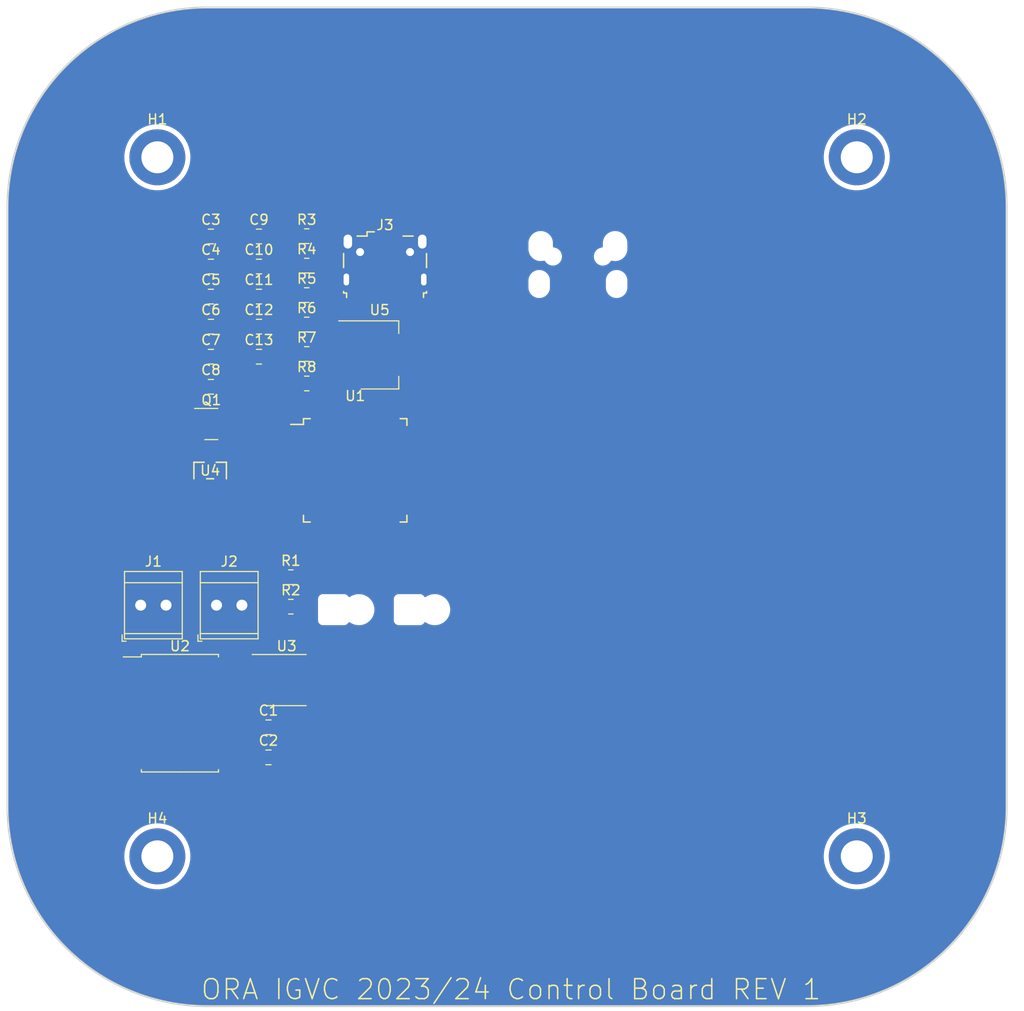
<source format=kicad_pcb>
(kicad_pcb (version 20221018) (generator pcbnew)
  (layers (0 "F.Cu" signal) (31 "B.Cu" signal) (34 "B.Paste" user) (35 "F.Paste" user) (36 "B.SilkS" user "B.Silkscreen") (37 "F.SilkS" user "F.Silkscreen") (38 "B.Mask" user) (39 "F.Mask" user) (44 "Edge.Cuts" user))
  (net 0 "")
  (net 2 "Net-(U1-UCAP)")
  (net 5 "RST")
  (net 12 "XTAL1")
  (net 13 "Net-(U1-~{HWB}{slash}PE2)")
  (net 14 "Net-(U1-AREF)")
  (net 15 "Vusb")
  (net 16 "Net-(J3-VBUS)")
  (net 22 "Net-(J3-D-)")
  (net 31 "Net-(J3-D+)")
  (net 46 "Net-(U3-Rs)")
  (net 47 "Net-(U2-TXCAN)")
  (net 48 "Net-(U2-RXCAN)")
  (net 49 "CAN_L")
  (net 50 "CAN_H")
  (net 51 "Net-(U2-OSC2)")
  (net 52 "Net-(U2-OSC1)")
  (net 53 "Net-(U2-~{RESET})")
  (net 54 "CAN_INT")
  (net 55 "CAN_SCK")
  (net 56 "CAN_SI")
  (net 57 "CAN_SO")
  (net 58 "CAN_CS")
  (net 59 "+5V")
  (net 60 "GND")
  (net 61 "XTAL2")
  (net 62 "Net-(U4-S)")
  (net 63 "Vin")
  (net 64 "D+")
  (net 65 "D-")
  (footprint "TerminalBlock_TE-Connectivity:TerminalBlock_TE_282834-2_1x02_P2.54mm_Horizontal" (layer "F.Cu") (at 78.33 99.85)
    (fp_text reference "J1" (at 1.27 -4.37) (layer "F.SilkS"))
    (fp_text value "Screw_Terminal_01x02")
    (fp_line (start -1.86 2.97) (end -1.86 3.61) (stroke (width 0.12)) (layer "F.SilkS"))
    (fp_line (start -1.86 3.61) (end -1.46 3.61) (stroke (width 0.12)) (layer "F.SilkS"))
    (fp_line (start -1.62 -3.37) (end -1.62 3.37) (stroke (width 0.12)) (layer "F.SilkS"))
    (fp_line (start -1.62 -3.37) (end 4.16 -3.37) (stroke (width 0.12)) (layer "F.SilkS"))
    (fp_line (start -1.62 -2.25) (end 4.16 -2.25) (stroke (width 0.12)) (layer "F.SilkS"))
    (fp_line (start -1.62 2.85) (end 4.16 2.85) (stroke (width 0.12)) (layer "F.SilkS"))
    (fp_line (start -1.62 3.37) (end 4.16 3.37) (stroke (width 0.12)) (layer "F.SilkS"))
    (fp_line (start 4.16 -3.37) (end 4.16 3.37) (stroke (width 0.12)) (layer "F.SilkS"))
    (pad "1" thru_hole rect (at 0 0) (size 2.1 2.1) (drill 1.1) (layers "*.Cu" "*.Mask") (net 50 "CAN_H"))
    (pad "2" thru_hole circle (at 2.54 0) (size 2.1 2.1) (drill 1.1) (layers "*.Cu" "*.Mask") (net 49 "CAN_L"))
  )
  (footprint "Capacitor_SMD:C_0805_2012Metric_Pad1.18x1.45mm_HandSolder" (layer "F.Cu") (at 90.17 68.95)
    (fp_text reference "C11" (at 0 -1.68) (layer "F.SilkS"))
    (fp_text value "100uF")
    (fp_line (start -0.261252 -0.735) (end 0.261252 -0.735) (stroke (width 0.12)) (layer "F.SilkS"))
    (fp_line (start -0.261252 0.735) (end 0.261252 0.735) (stroke (width 0.12)) (layer "F.SilkS"))
    (pad "1" smd roundrect (at -1.0375 0) (size 1.175 1.45) (layers "F.Cu" "F.Paste" "F.Mask") (roundrect_rratio 0.212766) (net 60 "GND"))
    (pad "2" smd roundrect (at 1.0375 0) (size 1.175 1.45) (layers "F.Cu" "F.Paste" "F.Mask") (roundrect_rratio 0.212766) (net 62 "Net-(U4-S)"))
  )
  (footprint "Connector_USB:USB_Micro-B_Wuerth_629105150521" (layer "F.Cu") (at 102.79 65.29)
    (fp_text reference "J3" (at 0 -3.5) (layer "F.SilkS"))
    (fp_text value "USB_B_Micro")
    (fp_line (start -4.15 -0.65) (end -4.15 0.75) (stroke (width 0.15)) (layer "F.SilkS"))
    (fp_line (start -4.15 3.15) (end -4.15 3.3) (stroke (width 0.15)) (layer "F.SilkS"))
    (fp_line (start -4.15 3.3) (end -3.85 3.3) (stroke (width 0.15)) (layer "F.SilkS"))
    (fp_line (start -3.85 3.3) (end -3.85 3.75) (stroke (width 0.15)) (layer "F.SilkS"))
    (fp_line (start -1.8 -2.825) (end -1.8 -2.4) (stroke (width 0.15)) (layer "F.SilkS"))
    (fp_line (start -1.8 -2.4) (end -2.8 -2.4) (stroke (width 0.15)) (layer "F.SilkS"))
    (fp_line (start -1.075 -2.825) (end -1.8 -2.825) (stroke (width 0.15)) (layer "F.SilkS"))
    (fp_line (start 1.8 -2.4) (end 2.8 -2.4) (stroke (width 0.15)) (layer "F.SilkS"))
    (fp_line (start 3.85 3.3) (end 4.15 3.3) (stroke (width 0.15)) (layer "F.SilkS"))
    (fp_line (start 3.85 3.75) (end 3.85 3.3) (stroke (width 0.15)) (layer "F.SilkS"))
    (fp_line (start 4.15 0.75) (end 4.15 -0.65) (stroke (width 0.15)) (layer "F.SilkS"))
    (fp_line (start 4.15 3.3) (end 4.15 3.15) (stroke (width 0.15)) (layer "F.SilkS"))
    (pad "" np_thru_hole oval (at -2.5 -0.8) (size 0.8 0.8) (drill 0.8) (layers "*.Cu" "*.Mask"))
    (pad "" np_thru_hole oval (at 2.5 -0.8) (size 0.8 0.8) (drill 0.8) (layers "*.Cu" "*.Mask"))
    (pad "1" smd rect (at -1.3 -1.9) (size 0.45 1.3) (layers "F.Cu" "F.Paste" "F.Mask") (net 16 "Net-(J3-VBUS)"))
    (pad "2" smd rect (at -0.65 -1.9) (size 0.45 1.3) (layers "F.Cu" "F.Paste" "F.Mask") (net 22 "Net-(J3-D-)"))
    (pad "3" smd rect (at 0 -1.9) (size 0.45 1.3) (layers "F.Cu" "F.Paste" "F.Mask") (net 31 "Net-(J3-D+)"))
    (pad "4" smd rect (at 0.65 -1.9) (size 0.45 1.3) (layers "F.Cu" "F.Paste" "F.Mask"))
    (pad "5" smd rect (at 1.3 -1.9) (size 0.45 1.3) (layers "F.Cu" "F.Paste" "F.Mask") (net 60 "GND"))
    (pad "6" thru_hole oval (at -3.875 1.95) (size 1.15 1.8) (drill oval 0.55 1.2) (layers "*.Cu" "*.Mask") (net 60 "GND"))
    (pad "6" thru_hole oval (at -3.725 -1.85) (size 1.45 2) (drill oval 0.85 1.4) (layers "*.Cu" "*.Mask") (net 60 "GND"))
    (pad "6" thru_hole oval (at 3.725 -1.85) (size 1.45 2) (drill oval 0.85 1.4) (layers "*.Cu" "*.Mask") (net 60 "GND"))
    (pad "6" thru_hole oval (at 3.875 1.95) (size 1.15 1.8) (drill oval 0.55 1.2) (layers "*.Cu" "*.Mask") (net 60 "GND"))
  )
  (footprint "Capacitor_SMD:C_0805_2012Metric_Pad1.18x1.45mm_HandSolder" (layer "F.Cu") (at 85.36 65.94)
    (fp_text reference "C4" (at 0 -1.68) (layer "F.SilkS"))
    (fp_text value "1uF")
    (fp_line (start -0.261252 -0.735) (end 0.261252 -0.735) (stroke (width 0.12)) (layer "F.SilkS"))
    (fp_line (start -0.261252 0.735) (end 0.261252 0.735) (stroke (width 0.12)) (layer "F.SilkS"))
    (pad "1" smd roundrect (at -1.0375 0) (size 1.175 1.45) (layers "F.Cu" "F.Paste" "F.Mask") (roundrect_rratio 0.212766) (net 60 "GND"))
    (pad "2" smd roundrect (at 1.0375 0) (size 1.175 1.45) (layers "F.Cu" "F.Paste" "F.Mask") (roundrect_rratio 0.212766) (net 2 "Net-(U1-UCAP)"))
  )
  (footprint "Resistor_SMD:R_0805_2012Metric_Pad1.20x1.40mm_HandSolder" (layer "F.Cu") (at 94.95 68.8)
    (fp_text reference "R5" (at 0 -1.65) (layer "F.SilkS"))
    (fp_text value "22")
    (fp_line (start -0.227064 -0.735) (end 0.227064 -0.735) (stroke (width 0.12)) (layer "F.SilkS"))
    (fp_line (start -0.227064 0.735) (end 0.227064 0.735) (stroke (width 0.12)) (layer "F.SilkS"))
    (pad "1" smd roundrect (at -1 0) (size 1.2 1.4) (layers "F.Cu" "F.Paste" "F.Mask") (roundrect_rratio 0.208333) (net 31 "Net-(J3-D+)"))
    (pad "2" smd roundrect (at 1 0) (size 1.2 1.4) (layers "F.Cu" "F.Paste" "F.Mask") (roundrect_rratio 0.208333) (net 64 "D+"))
  )
  (footprint "Package_SO:SOIC-18W_7.5x11.6mm_P1.27mm" (layer "F.Cu") (at 82.26 110.67)
    (fp_text reference "U2" (at 0 -6.72) (layer "F.SilkS"))
    (fp_text value "MCP2515-xSO")
    (fp_line (start -3.86 -5.885) (end -3.86 -5.64) (stroke (width 0.12)) (layer "F.SilkS"))
    (fp_line (start -3.86 -5.64) (end -5.675 -5.64) (stroke (width 0.12)) (layer "F.SilkS"))
    (fp_line (start -3.86 5.885) (end -3.86 5.64) (stroke (width 0.12)) (layer "F.SilkS"))
    (fp_line (start 0 -5.885) (end -3.86 -5.885) (stroke (width 0.12)) (layer "F.SilkS"))
    (fp_line (start 0 -5.885) (end 3.86 -5.885) (stroke (width 0.12)) (layer "F.SilkS"))
    (fp_line (start 0 5.885) (end -3.86 5.885) (stroke (width 0.12)) (layer "F.SilkS"))
    (fp_line (start 0 5.885) (end 3.86 5.885) (stroke (width 0.12)) (layer "F.SilkS"))
    (fp_line (start 3.86 -5.885) (end 3.86 -5.64) (stroke (width 0.12)) (layer "F.SilkS"))
    (fp_line (start 3.86 5.885) (end 3.86 5.64) (stroke (width 0.12)) (layer "F.SilkS"))
    (pad "1" smd roundrect (at -4.65 -5.08) (size 2.05 0.6) (layers "F.Cu" "F.Paste" "F.Mask") (net 47 "Net-(U2-TXCAN)"))
    (pad "2" smd roundrect (at -4.65 -3.81) (size 2.05 0.6) (layers "F.Cu" "F.Paste" "F.Mask") (net 48 "Net-(U2-RXCAN)"))
    (pad "3" smd roundrect (at -4.65 -2.54) (size 2.05 0.6) (layers "F.Cu" "F.Paste" "F.Mask"))
    (pad "4" smd roundrect (at -4.65 -1.27) (size 2.05 0.6) (layers "F.Cu" "F.Paste" "F.Mask"))
    (pad "5" smd roundrect (at -4.65 0) (size 2.05 0.6) (layers "F.Cu" "F.Paste" "F.Mask"))
    (pad "6" smd roundrect (at -4.65 1.27) (size 2.05 0.6) (layers "F.Cu" "F.Paste" "F.Mask"))
    (pad "7" smd roundrect (at -4.65 2.54) (size 2.05 0.6) (layers "F.Cu" "F.Paste" "F.Mask") (net 51 "Net-(U2-OSC2)"))
    (pad "8" smd roundrect (at -4.65 3.81) (size 2.05 0.6) (layers "F.Cu" "F.Paste" "F.Mask") (net 52 "Net-(U2-OSC1)"))
    (pad "9" smd roundrect (at -4.65 5.08) (size 2.05 0.6) (layers "F.Cu" "F.Paste" "F.Mask") (net 60 "GND"))
    (pad "10" smd roundrect (at 4.65 5.08) (size 2.05 0.6) (layers "F.Cu" "F.Paste" "F.Mask"))
    (pad "11" smd roundrect (at 4.65 3.81) (size 2.05 0.6) (layers "F.Cu" "F.Paste" "F.Mask"))
    (pad "12" smd roundrect (at 4.65 2.54) (size 2.05 0.6) (layers "F.Cu" "F.Paste" "F.Mask") (net 54 "CAN_INT"))
    (pad "13" smd roundrect (at 4.65 1.27) (size 2.05 0.6) (layers "F.Cu" "F.Paste" "F.Mask") (net 55 "CAN_SCK"))
    (pad "14" smd roundrect (at 4.65 0) (size 2.05 0.6) (layers "F.Cu" "F.Paste" "F.Mask") (net 56 "CAN_SI"))
    (pad "15" smd roundrect (at 4.65 -1.27) (size 2.05 0.6) (layers "F.Cu" "F.Paste" "F.Mask") (net 57 "CAN_SO"))
    (pad "16" smd roundrect (at 4.65 -2.54) (size 2.05 0.6) (layers "F.Cu" "F.Paste" "F.Mask") (net 58 "CAN_CS"))
    (pad "17" smd roundrect (at 4.65 -3.81) (size 2.05 0.6) (layers "F.Cu" "F.Paste" "F.Mask") (net 53 "Net-(U2-~{RESET})"))
    (pad "18" smd roundrect (at 4.65 -5.08) (size 2.05 0.6) (layers "F.Cu" "F.Paste" "F.Mask") (net 59 "+5V"))
  )
  (footprint "Resistor_SMD:R_0805_2012Metric_Pad1.20x1.40mm_HandSolder" (layer "F.Cu") (at 94.95 71.75)
    (fp_text reference "R6" (at 0 -1.65) (layer "F.SilkS"))
    (fp_text value "22")
    (fp_line (start -0.227064 -0.735) (end 0.227064 -0.735) (stroke (width 0.12)) (layer "F.SilkS"))
    (fp_line (start -0.227064 0.735) (end 0.227064 0.735) (stroke (width 0.12)) (layer "F.SilkS"))
    (pad "1" smd roundrect (at -1 0) (size 1.2 1.4) (layers "F.Cu" "F.Paste" "F.Mask") (roundrect_rratio 0.208333) (net 65 "D-"))
    (pad "2" smd roundrect (at 1 0) (size 1.2 1.4) (layers "F.Cu" "F.Paste" "F.Mask") (roundrect_rratio 0.208333) (net 22 "Net-(J3-D-)"))
  )
  (footprint "Resistor_SMD:R_0805_2012Metric_Pad1.20x1.40mm_HandSolder" (layer "F.Cu") (at 94.95 62.9)
    (fp_text reference "R3" (at 0 -1.65) (layer "F.SilkS"))
    (fp_text value "10k")
    (fp_line (start -0.227064 -0.735) (end 0.227064 -0.735) (stroke (width 0.12)) (layer "F.SilkS"))
    (fp_line (start -0.227064 0.735) (end 0.227064 0.735) (stroke (width 0.12)) (layer "F.SilkS"))
    (pad "1" smd roundrect (at -1 0) (size 1.2 1.4) (layers "F.Cu" "F.Paste" "F.Mask") (roundrect_rratio 0.208333) (net 5 "RST"))
    (pad "2" smd roundrect (at 1 0) (size 1.2 1.4) (layers "F.Cu" "F.Paste" "F.Mask") (roundrect_rratio 0.208333) (net 59 "+5V"))
  )
  (footprint "MountingHole:MountingHole_3.2mm_M3_DIN965_Pad" (layer "F.Cu") (at 150 55)
    (fp_text reference "H2" (at 0 -3.8) (layer "F.SilkS"))
    (fp_text value "MountingHole_Pad")
    (pad "1" thru_hole circle (at 0 0) (size 5.6 5.6) (drill 3.2) (layers "*.Cu" "*.Mask"))
  )
  (footprint "MountingHole:MountingHole_3.2mm_M3_DIN965_Pad" (layer "F.Cu") (at 150 125)
    (fp_text reference "H3" (at 0 -3.8) (layer "F.SilkS"))
    (fp_text value "MountingHole_Pad")
    (pad "1" thru_hole circle (at 0 0) (size 5.6 5.6) (drill 3.2) (layers "*.Cu" "*.Mask"))
  )
  (footprint "Capacitor_SMD:C_0805_2012Metric_Pad1.18x1.45mm_HandSolder" (layer "F.Cu") (at 90.17 71.96)
    (fp_text reference "C12" (at 0 -1.68) (layer "F.SilkS"))
    (fp_text value "100uF")
    (fp_line (start -0.261252 -0.735) (end 0.261252 -0.735) (stroke (width 0.12)) (layer "F.SilkS"))
    (fp_line (start -0.261252 0.735) (end 0.261252 0.735) (stroke (width 0.12)) (layer "F.SilkS"))
    (pad "1" smd roundrect (at -1.0375 0) (size 1.175 1.45) (layers "F.Cu" "F.Paste" "F.Mask") (roundrect_rratio 0.212766) (net 60 "GND"))
    (pad "2" smd roundrect (at 1.0375 0) (size 1.175 1.45) (layers "F.Cu" "F.Paste" "F.Mask") (roundrect_rratio 0.212766) (net 59 "+5V"))
  )
  (footprint "Resistor_SMD:R_0805_2012Metric_Pad1.20x1.40mm_HandSolder" (layer "F.Cu") (at 94.95 74.7)
    (fp_text reference "R7" (at 0 -1.65) (layer "F.SilkS"))
    (fp_text value "10k")
    (fp_line (start -0.227064 -0.735) (end 0.227064 -0.735) (stroke (width 0.12)) (layer "F.SilkS"))
    (fp_line (start -0.227064 0.735) (end 0.227064 0.735) (stroke (width 0.12)) (layer "F.SilkS"))
    (pad "1" smd roundrect (at -1 0) (size 1.2 1.4) (layers "F.Cu" "F.Paste" "F.Mask") (roundrect_rratio 0.208333) (net 15 "Vusb"))
    (pad "2" smd roundrect (at 1 0) (size 1.2 1.4) (layers "F.Cu" "F.Paste" "F.Mask") (roundrect_rratio 0.208333) (net 60 "GND"))
  )
  (footprint "TerminalBlock_TE-Connectivity:TerminalBlock_TE_282834-2_1x02_P2.54mm_Horizontal" (layer "F.Cu") (at 85.92 99.85)
    (fp_text reference "J2" (at 1.27 -4.37) (layer "F.SilkS"))
    (fp_text value "Screw_Terminal_01x02")
    (fp_line (start -1.86 2.97) (end -1.86 3.61) (stroke (width 0.12)) (layer "F.SilkS"))
    (fp_line (start -1.86 3.61) (end -1.46 3.61) (stroke (width 0.12)) (layer "F.SilkS"))
    (fp_line (start -1.62 -3.37) (end -1.62 3.37) (stroke (width 0.12)) (layer "F.SilkS"))
    (fp_line (start -1.62 -3.37) (end 4.16 -3.37) (stroke (width 0.12)) (layer "F.SilkS"))
    (fp_line (start -1.62 -2.25) (end 4.16 -2.25) (stroke (width 0.12)) (layer "F.SilkS"))
    (fp_line (start -1.62 2.85) (end 4.16 2.85) (stroke (width 0.12)) (layer "F.SilkS"))
    (fp_line (start -1.62 3.37) (end 4.16 3.37) (stroke (width 0.12)) (layer "F.SilkS"))
    (fp_line (start 4.16 -3.37) (end 4.16 3.37) (stroke (width 0.12)) (layer "F.SilkS"))
    (pad "1" thru_hole rect (at 0 0) (size 2.1 2.1) (drill 1.1) (layers "*.Cu" "*.Mask") (net 50 "CAN_H"))
    (pad "2" thru_hole circle (at 2.54 0) (size 2.1 2.1) (drill 1.1) (layers "*.Cu" "*.Mask") (net 49 "CAN_L"))
  )
  (footprint "Capacitor_SMD:C_0805_2012Metric_Pad1.18x1.45mm_HandSolder" (layer "F.Cu") (at 85.36 68.95)
    (fp_text reference "C5" (at 0 -1.68) (layer "F.SilkS"))
    (fp_text value "100nF")
    (fp_line (start -0.261252 -0.735) (end 0.261252 -0.735) (stroke (width 0.12)) (layer "F.SilkS"))
    (fp_line (start -0.261252 0.735) (end 0.261252 0.735) (stroke (width 0.12)) (layer "F.SilkS"))
    (pad "1" smd roundrect (at -1.0375 0) (size 1.175 1.45) (layers "F.Cu" "F.Paste" "F.Mask") (roundrect_rratio 0.212766) (net 59 "+5V"))
    (pad "2" smd roundrect (at 1.0375 0) (size 1.175 1.45) (layers "F.Cu" "F.Paste" "F.Mask") (roundrect_rratio 0.212766) (net 60 "GND"))
  )
  (footprint "footprints:TO-236_SOT23_NEX" (layer "F.Cu") (at 85.2838 86.3654)
    (fp_text reference "U4" (at 0 0 unlocked) (layer "F.SilkS"))
    (fp_text value "PMV48XP_215")
    (fp_line (start -1.6256 -0.8255) (end -1.6256 0.8255) (stroke (width 0.1524)) (layer "F.SilkS"))
    (fp_line (start -0.59944 -0.8255) (end -1.6256 -0.8255) (stroke (width 0.1524)) (layer "F.SilkS"))
    (fp_line (start -0.350561 0.8255) (end 0.350561 0.8255) (stroke (width 0.1524)) (layer "F.SilkS"))
    (fp_line (start 1.6256 -0.8255) (end 0.59944 -0.8255) (stroke (width 0.1524)) (layer "F.SilkS"))
    (fp_line (start 1.6256 0.8255) (end 1.6256 -0.8255) (stroke (width 0.1524)) (layer "F.SilkS"))
    (pad "1" smd rect (at -0.950001 1.016) (size 0.5334 1.1684) (layers "F.Cu" "F.Paste" "F.Mask") (net 59 "+5V"))
    (pad "2" smd rect (at 0.950001 1.016) (size 0.5334 1.1684) (layers "F.Cu" "F.Paste" "F.Mask") (net 62 "Net-(U4-S)"))
    (pad "3" smd rect (at 0 -1.016) (size 0.5334 1.1684) (layers "F.Cu" "F.Paste" "F.Mask") (net 63 "Vin"))
  )
  (footprint "Resistor_SMD:R_0805_2012Metric_Pad1.20x1.40mm_HandSolder" (layer "F.Cu") (at 94.95 77.65)
    (fp_text reference "R8" (at 0 -1.65) (layer "F.SilkS"))
    (fp_text value "10k")
    (fp_line (start -0.227064 -0.735) (end 0.227064 -0.735) (stroke (width 0.12)) (layer "F.SilkS"))
    (fp_line (start -0.227064 0.735) (end 0.227064 0.735) (stroke (width 0.12)) (layer "F.SilkS"))
    (pad "1" smd roundrect (at -1 0) (size 1.2 1.4) (layers "F.Cu" "F.Paste" "F.Mask") (roundrect_rratio 0.208333) (net 60 "GND"))
    (pad "2" smd roundrect (at 1 0) (size 1.2 1.4) (layers "F.Cu" "F.Paste" "F.Mask") (roundrect_rratio 0.208333) (net 63 "Vin"))
  )
  (footprint "Package_TO_SOT_SMD:SOT-23" (layer "F.Cu") (at 85.4 81.71)
    (fp_text reference "Q1" (at 0 -2.4) (layer "F.SilkS"))
    (fp_text value "FDN340P")
    (fp_line (start 0 -1.56) (end -1.675 -1.56) (stroke (width 0.12)) (layer "F.SilkS"))
    (fp_line (start 0 -1.56) (end 0.65 -1.56) (stroke (width 0.12)) (layer "F.SilkS"))
    (fp_line (start 0 1.56) (end -0.65 1.56) (stroke (width 0.12)) (layer "F.SilkS"))
    (fp_line (start 0 1.56) (end 0.65 1.56) (stroke (width 0.12)) (layer "F.SilkS"))
    (pad "1" smd roundrect (at -0.9375 -0.95) (size 1.475 0.6) (layers "F.Cu" "F.Paste" "F.Mask") (net 63 "Vin"))
    (pad "2" smd roundrect (at -0.9375 0.95) (size 1.475 0.6) (layers "F.Cu" "F.Paste" "F.Mask") (net 59 "+5V"))
    (pad "3" smd roundrect (at 0.9375 0) (size 1.475 0.6) (layers "F.Cu" "F.Paste" "F.Mask") (net 15 "Vusb"))
  )
  (footprint "MountingHole:MountingHole_3.2mm_M3_DIN965_Pad" (layer "F.Cu") (at 80 55)
    (fp_text reference "H1" (at 0 -3.8) (layer "F.SilkS"))
    (fp_text value "MountingHole_Pad")
    (pad "1" thru_hole circle (at 0 0) (size 5.6 5.6) (drill 3.2) (layers "*.Cu" "*.Mask"))
  )
  (footprint "Capacitor_SMD:C_0805_2012Metric_Pad1.18x1.45mm_HandSolder" (layer "F.Cu") (at 90.17 74.97)
    (fp_text reference "C13" (at 0 -1.68) (layer "F.SilkS"))
    (fp_text value "22uF")
    (fp_line (start -0.261252 -0.735) (end 0.261252 -0.735) (stroke (width 0.12)) (layer "F.SilkS"))
    (fp_line (start -0.261252 0.735) (end 0.261252 0.735) (stroke (width 0.12)) (layer "F.SilkS"))
    (pad "1" smd roundrect (at -1.0375 0) (size 1.175 1.45) (layers "F.Cu" "F.Paste" "F.Mask") (roundrect_rratio 0.212766) (net 59 "+5V"))
    (pad "2" smd roundrect (at 1.0375 0) (size 1.175 1.45) (layers "F.Cu" "F.Paste" "F.Mask") (roundrect_rratio 0.212766) (net 60 "GND"))
  )
  (footprint "Capacitor_SMD:C_0805_2012Metric_Pad1.18x1.45mm_HandSolder" (layer "F.Cu") (at 85.36 71.96)
    (fp_text reference "C6" (at 0 -1.68) (layer "F.SilkS"))
    (fp_text value "100nF")
    (fp_line (start -0.261252 -0.735) (end 0.261252 -0.735) (stroke (width 0.12)) (layer "F.SilkS"))
    (fp_line (start -0.261252 0.735) (end 0.261252 0.735) (stroke (width 0.12)) (layer "F.SilkS"))
    (pad "1" smd roundrect (at -1.0375 0) (size 1.175 1.45) (layers "F.Cu" "F.Paste" "F.Mask") (roundrect_rratio 0.212766) (net 59 "+5V"))
    (pad "2" smd roundrect (at 1.0375 0) (size 1.175 1.45) (layers "F.Cu" "F.Paste" "F.Mask") (roundrect_rratio 0.212766) (net 60 "GND"))
  )
  (footprint "Capacitor_SMD:C_0805_2012Metric_Pad1.18x1.45mm_HandSolder" (layer "F.Cu") (at 91.12 115.09)
    (fp_text reference "C2" (at 0 -1.68) (layer "F.SilkS"))
    (fp_text value "22uF")
    (fp_line (start -0.261252 -0.735) (end 0.261252 -0.735) (stroke (width 0.12)) (layer "F.SilkS"))
    (fp_line (start -0.261252 0.735) (end 0.261252 0.735) (stroke (width 0.12)) (layer "F.SilkS"))
    (pad "1" smd roundrect (at -1.0375 0) (size 1.175 1.45) (layers "F.Cu" "F.Paste" "F.Mask") (roundrect_rratio 0.212766) (net 52 "Net-(U2-OSC1)"))
    (pad "2" smd roundrect (at 1.0375 0) (size 1.175 1.45) (layers "F.Cu" "F.Paste" "F.Mask") (roundrect_rratio 0.212766) (net 60 "GND"))
  )
  (footprint "Resistor_SMD:R_0805_2012Metric_Pad1.20x1.40mm_HandSolder" (layer "F.Cu") (at 94.95 65.85)
    (fp_text reference "R4" (at 0 -1.65) (layer "F.SilkS"))
    (fp_text value "10k")
    (fp_line (start -0.227064 -0.735) (end 0.227064 -0.735) (stroke (width 0.12)) (layer "F.SilkS"))
    (fp_line (start -0.227064 0.735) (end 0.227064 0.735) (stroke (width 0.12)) (layer "F.SilkS"))
    (pad "1" smd roundrect (at -1 0) (size 1.2 1.4) (layers "F.Cu" "F.Paste" "F.Mask") (roundrect_rratio 0.208333) (net 13 "Net-(U1-~{HWB}{slash}PE2)"))
    (pad "2" smd roundrect (at 1 0) (size 1.2 1.4) (layers "F.Cu" "F.Paste" "F.Mask") (roundrect_rratio 0.208333) (net 60 "GND"))
  )
  (footprint "Capacitor_SMD:C_0805_2012Metric_Pad1.18x1.45mm_HandSolder" (layer "F.Cu") (at 90.17 62.93)
    (fp_text reference "C9" (at 0 -1.68) (layer "F.SilkS"))
    (fp_text value "22uF")
    (fp_line (start -0.261252 -0.735) (end 0.261252 -0.735) (stroke (width 0.12)) (layer "F.SilkS"))
    (fp_line (start -0.261252 0.735) (end 0.261252 0.735) (stroke (width 0.12)) (layer "F.SilkS"))
    (pad "1" smd roundrect (at -1.0375 0) (size 1.175 1.45) (layers "F.Cu" "F.Paste" "F.Mask") (roundrect_rratio 0.212766) (net 60 "GND"))
    (pad "2" smd roundrect (at 1.0375 0) (size 1.175 1.45) (layers "F.Cu" "F.Paste" "F.Mask") (roundrect_rratio 0.212766) (net 61 "XTAL2"))
  )
  (footprint "Package_QFP:TQFP-44_10x10mm_P0.8mm" (layer "F.Cu") (at 99.8 86.35)
    (fp_text reference "U1" (at 0 -7.45) (layer "F.SilkS"))
    (fp_text value "ATmega32U4-A")
    (fp_line (start -5.175 -5.175) (end -5.175 -4.6) (stroke (width 0.15)) (layer "F.SilkS"))
    (fp_line (start -5.175 -5.175) (end -4.5 -5.175) (stroke (width 0.15)) (layer "F.SilkS"))
    (fp_line (start -5.175 -4.6) (end -6.45 -4.6) (stroke (width 0.15)) (layer "F.SilkS"))
    (fp_line (start -5.175 5.175) (end -5.175 4.5) (stroke (width 0.15)) (layer "F.SilkS"))
    (fp_line (start -5.175 5.175) (end -4.5 5.175) (stroke (width 0.15)) (layer "F.SilkS"))
    (fp_line (start 5.175 -5.175) (end 4.5 -5.175) (stroke (width 0.15)) (layer "F.SilkS"))
    (fp_line (start 5.175 -5.175) (end 5.175 -4.5) (stroke (width 0.15)) (layer "F.SilkS"))
    (fp_line (start 5.175 5.175) (end 4.5 5.175) (stroke (width 0.15)) (layer "F.SilkS"))
    (fp_line (start 5.175 5.175) (end 5.175 4.5) (stroke (width 0.15)) (layer "F.SilkS"))
    (pad "1" smd rect (at -5.7 -4) (size 1.5 0.55) (layers "F.Cu" "F.Paste" "F.Mask"))
    (pad "2" smd rect (at -5.7 -3.2) (size 1.5 0.55) (layers "F.Cu" "F.Paste" "F.Mask") (net 59 "+5V"))
    (pad "3" smd rect (at -5.7 -2.4) (size 1.5 0.55) (layers "F.Cu" "F.Paste" "F.Mask"))
    (pad "4" smd rect (at -5.7 -1.6) (size 1.5 0.55) (layers "F.Cu" "F.Paste" "F.Mask"))
    (pad "5" smd rect (at -5.7 -0.8) (size 1.5 0.55) (layers "F.Cu" "F.Paste" "F.Mask") (net 60 "GND"))
    (pad "6" smd rect (at -5.7 0) (size 1.5 0.55) (layers "F.Cu" "F.Paste" "F.Mask") (net 2 "Net-(U1-UCAP)"))
    (pad "7" smd rect (at -5.7 0.8) (size 1.5 0.55) (layers "F.Cu" "F.Paste" "F.Mask"))
    (pad "8" smd rect (at -5.7 1.6) (size 1.5 0.55) (layers "F.Cu" "F.Paste" "F.Mask"))
    (pad "9" smd rect (at -5.7 2.4) (size 1.5 0.55) (layers "F.Cu" "F.Paste" "F.Mask"))
    (pad "10" smd rect (at -5.7 3.2) (size 1.5 0.55) (layers "F.Cu" "F.Paste" "F.Mask"))
    (pad "11" smd rect (at -5.7 4) (size 1.5 0.55) (layers "F.Cu" "F.Paste" "F.Mask"))
    (pad "12" smd rect (at -4 5.7 90) (size 1.5 0.55) (layers "F.Cu" "F.Paste" "F.Mask"))
    (pad "13" smd rect (at -3.2 5.7 90) (size 1.5 0.55) (layers "F.Cu" "F.Paste" "F.Mask") (net 5 "RST"))
    (pad "14" smd rect (at -2.4 5.7 90) (size 1.5 0.55) (layers "F.Cu" "F.Paste" "F.Mask") (net 59 "+5V"))
    (pad "15" smd rect (at -1.6 5.7 90) (size 1.5 0.55) (layers "F.Cu" "F.Paste" "F.Mask") (net 60 "GND"))
    (pad "16" smd rect (at -0.8 5.7 90) (size 1.5 0.55) (layers "F.Cu" "F.Paste" "F.Mask") (net 61 "XTAL2"))
    (pad "17" smd rect (at 0 5.7 90) (size 1.5 0.55) (layers "F.Cu" "F.Paste" "F.Mask") (net 12 "XTAL1"))
    (pad "18" smd rect (at 0.8 5.7 90) (size 1.5 0.55) (layers "F.Cu" "F.Paste" "F.Mask"))
    (pad "19" smd rect (at 1.6 5.7 90) (size 1.5 0.55) (layers "F.Cu" "F.Paste" "F.Mask"))
    (pad "20" smd rect (at 2.4 5.7 90) (size 1.5 0.55) (layers "F.Cu" "F.Paste" "F.Mask"))
    (pad "21" smd rect (at 3.2 5.7 90) (size 1.5 0.55) (layers "F.Cu" "F.Paste" "F.Mask"))
    (pad "22" smd rect (at 4 5.7 90) (size 1.5 0.55) (layers "F.Cu" "F.Paste" "F.Mask"))
    (pad "23" smd rect (at 5.7 4) (size 1.5 0.55) (layers "F.Cu" "F.Paste" "F.Mask") (net 60 "GND"))
    (pad "24" smd rect (at 5.7 3.2) (size 1.5 0.55) (layers "F.Cu" "F.Paste" "F.Mask") (net 59 "+5V"))
    (pad "25" smd rect (at 5.7 2.4) (size 1.5 0.55) (layers "F.Cu" "F.Paste" "F.Mask"))
    (pad "26" smd rect (at 5.7 1.6) (size 1.5 0.55) (layers "F.Cu" "F.Paste" "F.Mask"))
    (pad "27" smd rect (at 5.7 0.8) (size 1.5 0.55) (layers "F.Cu" "F.Paste" "F.Mask"))
    (pad "28" smd rect (at 5.7 0) (size 1.5 0.55) (layers "F.Cu" "F.Paste" "F.Mask"))
    (pad "29" smd rect (at 5.7 -0.8) (size 1.5 0.55) (layers "F.Cu" "F.Paste" "F.Mask"))
    (pad "30" smd rect (at 5.7 -1.6) (size 1.5 0.55) (layers "F.Cu" "F.Paste" "F.Mask"))
    (pad "31" smd rect (at 5.7 -2.4) (size 1.5 0.55) (layers "F.Cu" "F.Paste" "F.Mask"))
    (pad "32" smd rect (at 5.7 -3.2) (size 1.5 0.55) (layers "F.Cu" "F.Paste" "F.Mask"))
    (pad "33" smd rect (at 5.7 -4) (size 1.5 0.55) (layers "F.Cu" "F.Paste" "F.Mask") (net 13 "Net-(U1-~{HWB}{slash}PE2)"))
    (pad "34" smd rect (at 4 -5.7 90) (size 1.5 0.55) (layers "F.Cu" "F.Paste" "F.Mask") (net 59 "+5V"))
    (pad "35" smd rect (at 3.2 -5.7 90) (size 1.5 0.55) (layers "F.Cu" "F.Paste" "F.Mask") (net 60 "GND"))
    (pad "36" smd rect (at 2.4 -5.7 90) (size 1.5 0.55) (layers "F.Cu" "F.Paste" "F.Mask"))
    (pad "37" smd rect (at 1.6 -5.7 90) (size 1.5 0.55) (layers "F.Cu" "F.Paste" "F.Mask"))
    (pad "38" smd rect (at 0.8 -5.7 90) (size 1.5 0.55) (layers "F.Cu" "F.Paste" "F.Mask"))
    (pad "39" smd rect (at 0 -5.7 90) (size 1.5 0.55) (layers "F.Cu" "F.Paste" "F.Mask"))
    (pad "40" smd rect (at -0.8 -5.7 90) (size 1.5 0.55) (layers "F.Cu" "F.Paste" "F.Mask"))
    (pad "41" smd rect (at -1.6 -5.7 90) (size 1.5 0.55) (layers "F.Cu" "F.Paste" "F.Mask"))
    (pad "42" smd rect (at -2.4 -5.7 90) (size 1.5 0.55) (layers "F.Cu" "F.Paste" "F.Mask") (net 14 "Net-(U1-AREF)"))
    (pad "43" smd rect (at -3.2 -5.7 90) (size 1.5 0.55) (layers "F.Cu" "F.Paste" "F.Mask") (net 60 "GND"))
    (pad "44" smd rect (at -4 -5.7 90) (size 1.5 0.55) (layers "F.Cu" "F.Paste" "F.Mask") (net 59 "+5V"))
  )
  (footprint "Capacitor_SMD:C_0805_2012Metric_Pad1.18x1.45mm_HandSolder" (layer "F.Cu") (at 85.36 77.98)
    (fp_text reference "C8" (at 0 -1.68) (layer "F.SilkS"))
    (fp_text value "100nF")
    (fp_line (start -0.261252 -0.735) (end 0.261252 -0.735) (stroke (width 0.12)) (layer "F.SilkS"))
    (fp_line (start -0.261252 0.735) (end 0.261252 0.735) (stroke (width 0.12)) (layer "F.SilkS"))
    (pad "1" smd roundrect (at -1.0375 0) (size 1.175 1.45) (layers "F.Cu" "F.Paste" "F.Mask") (roundrect_rratio 0.212766) (net 15 "Vusb"))
    (pad "2" smd roundrect (at 1.0375 0) (size 1.175 1.45) (layers "F.Cu" "F.Paste" "F.Mask") (roundrect_rratio 0.212766) (net 60 "GND"))
  )
  (footprint "Capacitor_SMD:C_0805_2012Metric_Pad1.18x1.45mm_HandSolder" (layer "F.Cu") (at 85.36 62.93)
    (fp_text reference "C3" (at 0 -1.68) (layer "F.SilkS"))
    (fp_text value "100nF")
    (fp_line (start -0.261252 -0.735) (end 0.261252 -0.735) (stroke (width 0.12)) (layer "F.SilkS"))
    (fp_line (start -0.261252 0.735) (end 0.261252 0.735) (stroke (width 0.12)) (layer "F.SilkS"))
    (pad "1" smd roundrect (at -1.0375 0) (size 1.175 1.45) (layers "F.Cu" "F.Paste" "F.Mask") (roundrect_rratio 0.212766) (net 60 "GND"))
    (pad "2" smd roundrect (at 1.0375 0) (size 1.175 1.45) (layers "F.Cu" "F.Paste" "F.Mask") (roundrect_rratio 0.212766) (net 14 "Net-(U1-AREF)"))
  )
  (footprint "Capacitor_SMD:C_0805_2012Metric_Pad1.18x1.45mm_HandSolder" (layer "F.Cu") (at 90.17 65.94)
    (fp_text reference "C10" (at 0 -1.68) (layer "F.SilkS"))
    (fp_text value "22uF")
    (fp_line (start -0.261252 -0.735) (end 0.261252 -0.735) (stroke (width 0.12)) (layer "F.SilkS"))
    (fp_line (start -0.261252 0.735) (end 0.261252 0.735) (stroke (width 0.12)) (layer "F.SilkS"))
    (pad "1" smd roundrect (at -1.0375 0) (size 1.175 1.45) (layers "F.Cu" "F.Paste" "F.Mask") (roundrect_rratio 0.212766) (net 12 "XTAL1"))
    (pad "2" smd roundrect (at 1.0375 0) (size 1.175 1.45) (layers "F.Cu" "F.Paste" "F.Mask") (roundrect_rratio 0.212766) (net 60 "GND"))
  )
  (footprint "MountingHole:MountingHole_3.2mm_M3_DIN965_Pad" (layer "F.Cu") (at 80 125)
    (fp_text reference "H4" (at 0 -3.8) (layer "F.SilkS"))
    (fp_text value "MountingHole_Pad")
    (pad "1" thru_hole circle (at 0 0) (size 5.6 5.6) (drill 3.2) (layers "*.Cu" "*.Mask"))
  )
  (footprint "Resistor_SMD:R_0805_2012Metric_Pad1.20x1.40mm_HandSolder" (layer "F.Cu") (at 93.36 97.05)
    (fp_text reference "R1" (at 0 -1.65) (layer "F.SilkS"))
    (fp_text value "10k")
    (fp_line (start -0.227064 -0.735) (end 0.227064 -0.735) (stroke (width 0.12)) (layer "F.SilkS"))
    (fp_line (start -0.227064 0.735) (end 0.227064 0.735) (stroke (width 0.12)) (layer "F.SilkS"))
    (pad "1" smd roundrect (at -1 0) (size 1.2 1.4) (layers "F.Cu" "F.Paste" "F.Mask") (roundrect_rratio 0.208333) (net 46 "Net-(U3-Rs)"))
    (pad "2" smd roundrect (at 1 0) (size 1.2 1.4) (layers "F.Cu" "F.Paste" "F.Mask") (roundrect_rratio 0.208333) (net 60 "GND"))
  )
  (footprint "Package_SO:SOIC-8_3.9x4.9mm_P1.27mm" (layer "F.Cu") (at 92.94 107.35)
    (fp_text reference "U3" (at 0 -3.4) (layer "F.SilkS"))
    (fp_text value "MCP2551-I-SN")
    (fp_line (start 0 -2.56) (end -3.45 -2.56) (stroke (width 0.12)) (layer "F.SilkS"))
    (fp_line (start 0 -2.56) (end 1.95 -2.56) (stroke (width 0.12)) (layer "F.SilkS"))
    (fp_line (start 0 2.56) (end -1.95 2.56) (stroke (width 0.12)) (layer "F.SilkS"))
    (fp_line (start 0 2.56) (end 1.95 2.56) (stroke (width 0.12)) (layer "F.SilkS"))
    (pad "1" smd roundrect (at -2.475 -1.905) (size 1.95 0.6) (layers "F.Cu" "F.Paste" "F.Mask") (net 48 "Net-(U2-RXCAN)"))
    (pad "2" smd roundrect (at -2.475 -0.635) (size 1.95 0.6) (layers "F.Cu" "F.Paste" "F.Mask") (net 60 "GND"))
    (pad "3" smd roundrect (at -2.475 0.635) (size 1.95 0.6) (layers "F.Cu" "F.Paste" "F.Mask") (net 59 "+5V"))
    (pad "4" smd roundrect (at -2.475 1.905) (size 1.95 0.6) (layers "F.Cu" "F.Paste" "F.Mask") (net 47 "Net-(U2-TXCAN)"))
    (pad "5" smd roundrect (at 2.475 1.905) (size 1.95 0.6) (layers "F.Cu" "F.Paste" "F.Mask"))
    (pad "6" smd roundrect (at 2.475 0.635) (size 1.95 0.6) (layers "F.Cu" "F.Paste" "F.Mask") (net 49 "CAN_L"))
    (pad "7" smd roundrect (at 2.475 -0.635) (size 1.95 0.6) (layers "F.Cu" "F.Paste" "F.Mask") (net 50 "CAN_H"))
    (pad "8" smd roundrect (at 2.475 -1.905) (size 1.95 0.6) (layers "F.Cu" "F.Paste" "F.Mask") (net 46 "Net-(U3-Rs)"))
  )
  (footprint "Capacitor_SMD:C_0805_2012Metric_Pad1.18x1.45mm_HandSolder" (layer "F.Cu") (at 85.36 74.97)
    (fp_text reference "C7" (at 0 -1.68) (layer "F.SilkS"))
    (fp_text value "22uF")
    (fp_line (start -0.261252 -0.735) (end 0.261252 -0.735) (stroke (width 0.12)) (layer "F.SilkS"))
    (fp_line (start -0.261252 0.735) (end 0.261252 0.735) (stroke (width 0.12)) (layer "F.SilkS"))
    (pad "1" smd roundrect (at -1.0375 0) (size 1.175 1.45) (layers "F.Cu" "F.Paste" "F.Mask") (roundrect_rratio 0.212766) (net 16 "Net-(J3-VBUS)"))
    (pad "2" smd roundrect (at 1.0375 0) (size 1.175 1.45) (layers "F.Cu" "F.Paste" "F.Mask") (roundrect_rratio 0.212766) (net 60 "GND"))
  )
  (footprint "Capacitor_SMD:C_0805_2012Metric_Pad1.18x1.45mm_HandSolder" (layer "F.Cu") (at 91.12 112.08)
    (fp_text reference "C1" (at 0 -1.68) (layer "F.SilkS"))
    (fp_text value "22uF")
    (fp_line (start -0.261252 -0.735) (end 0.261252 -0.735) (stroke (width 0.12)) (layer "F.SilkS"))
    (fp_line (start -0.261252 0.735) (end 0.261252 0.735) (stroke (width 0.12)) (layer "F.SilkS"))
    (pad "1" smd roundrect (at -1.0375 0) (size 1.175 1.45) (layers "F.Cu" "F.Paste" "F.Mask") (roundrect_rratio 0.212766) (net 60 "GND"))
    (pad "2" smd roundrect (at 1.0375 0) (size 1.175 1.45) (layers "F.Cu" "F.Paste" "F.Mask") (roundrect_rratio 0.212766) (net 51 "Net-(U2-OSC2)"))
  )
  (footprint "Resistor_SMD:R_0805_2012Metric_Pad1.20x1.40mm_HandSolder" (layer "F.Cu") (at 93.36 100)
    (fp_text reference "R2" (at 0 -1.65) (layer "F.SilkS"))
    (fp_text value "10k")
    (fp_line (start -0.227064 -0.735) (end 0.227064 -0.735) (stroke (width 0.12)) (layer "F.SilkS"))
    (fp_line (start -0.227064 0.735) (end 0.227064 0.735) (stroke (width 0.12)) (layer "F.SilkS"))
    (pad "1" smd roundrect (at -1 0) (size 1.2 1.4) (layers "F.Cu" "F.Paste" "F.Mask") (roundrect_rratio 0.208333) (net 60 "GND"))
    (pad "2" smd roundrect (at 1 0) (size 1.2 1.4) (layers "F.Cu" "F.Paste" "F.Mask") (roundrect_rratio 0.208333) (net 53 "Net-(U2-~{RESET})"))
  )
  (footprint "Package_TO_SOT_SMD:SOT-223-3_TabPin2" (layer "F.Cu") (at 102.25 74.79)
    (fp_text reference "U5" (at 0 -4.5) (layer "F.SilkS"))
    (fp_text value "NCP1117-5.0_SOT223")
    (fp_line (start -4.1 -3.41) (end 1.91 -3.41) (stroke (width 0.12)) (layer "F.SilkS"))
    (fp_line (start -1.85 3.41) (end 1.91 3.41) (stroke (width 0.12)) (layer "F.SilkS"))
    (fp_line (start 1.91 -3.41) (end 1.91 -2.15) (stroke (width 0.12)) (layer "F.SilkS"))
    (fp_line (start 1.91 3.41) (end 1.91 2.15) (stroke (width 0.12)) (layer "F.SilkS"))
    (pad "1" smd rect (at -3.15 -2.3) (size 2 1.5) (layers "F.Cu" "F.Paste" "F.Mask") (net 60 "GND"))
    (pad "2" smd rect (at -3.15 0) (size 2 1.5) (layers "F.Cu" "F.Paste" "F.Mask") (net 59 "+5V"))
    (pad "2" smd rect (at 3.15 0) (size 2 3.8) (layers "F.Cu" "F.Paste" "F.Mask") (net 59 "+5V"))
    (pad "3" smd rect (at -3.15 2.3) (size 2 1.5) (layers "F.Cu" "F.Paste" "F.Mask") (net 62 "Net-(U4-S)"))
  )
  (gr_arc (start 65 60) (mid 70.857864 45.857864) (end 85 40) (stroke (width 0.2)) (layer "Edge.Cuts"))
  (gr_arc (start 165 120) (mid 159.142136 134.142136) (end 145 140) (stroke (width 0.2)) (layer "Edge.Cuts"))
  (gr_line (start 145 140) (end 85 140) (stroke (width 0.2)) (layer "Edge.Cuts"))
  (gr_arc (start 145 40) (mid 159.142136 45.857864) (end 165 60) (stroke (width 0.2)) (layer "Edge.Cuts"))
  (gr_line (start 85 40) (end 145 40) (stroke (width 0.2)) (layer "Edge.Cuts"))
  (gr_line (start 65 120) (end 65 60) (stroke (width 0.2)) (layer "Edge.Cuts"))
  (gr_arc (start 85 140) (mid 70.857864 134.142136) (end 65 120) (stroke (width 0.2)) (layer "Edge.Cuts"))
  (gr_line (start 165 120) (end 165 60) (stroke (width 0.2)) (layer "Edge.Cuts"))
  (gr_text "ORA IGVC 2023/24 Control Board REV 1" (at 84.25 139.5) (layer "F.SilkS") (effects (font (size 2 2)) (justify left bottom)))
  (zone (net 12) (net_name "XTAL1") (layer "B.Cu") (connect_pads (clearance 0.5)) (min_thickness 0.25) (fill yes (thermal_gap 0.5) (thermal_bridge_width 0.5))
    (polygon (pts (xy 166.75 39.25) (xy 64.75 39.5) (xy 64.25 140.5) (xy 166.5 140.5)))
  )
)
</source>
